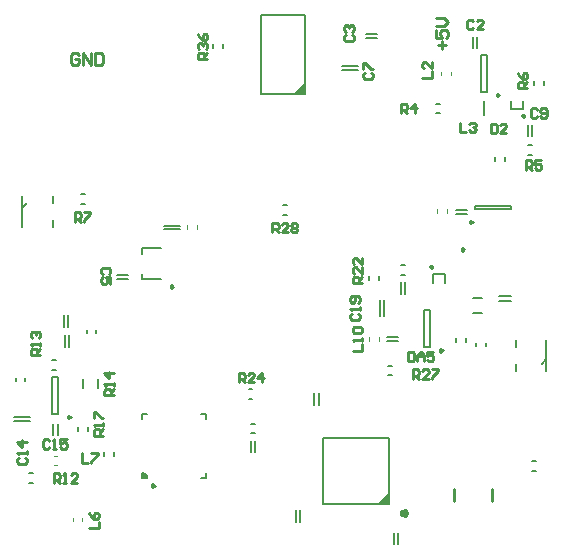
<source format=gto>
G04 Layer_Color=65535*
%FSLAX44Y44*%
%MOMM*%
G71*
G01*
G75*
%ADD44C,0.2000*%
%ADD64C,0.2500*%
%ADD65C,0.3810*%
%ADD66C,0.1270*%
%ADD67C,0.1524*%
%ADD68C,0.1016*%
%ADD69C,0.2540*%
%ADD70C,0.3500*%
G36*
X331940Y-431940D02*
X321940D01*
X331940Y-421940D01*
Y-431940D01*
D02*
G37*
G36*
X127250Y-408510D02*
Y-410000D01*
X123000D01*
Y-405750D01*
X124490D01*
X127250Y-408510D01*
D02*
G37*
G36*
X260500Y-84500D02*
X250500D01*
X260500Y-74500D01*
Y-84500D01*
D02*
G37*
D44*
X127250Y-410000D02*
X126681Y-407875D01*
X125125Y-406319D01*
X123000Y-405750D01*
X177000Y-410000D02*
Y-405750D01*
X172750Y-410000D02*
X177000D01*
Y-360250D02*
Y-356000D01*
X172750D02*
X177000D01*
X123000D02*
X127250D01*
X123000Y-360250D02*
Y-356000D01*
Y-410000D02*
Y-405750D01*
Y-410000D02*
X127250D01*
X434920Y-97540D02*
X445080D01*
X409500Y-83000D02*
Y-52000D01*
X414500Y-83000D02*
Y-52000D01*
X409500D02*
X414500D01*
X409500Y-83000D02*
X414500D01*
X260500Y-84500D02*
Y-17500D01*
X223500D02*
X260500D01*
X223500Y-84500D02*
Y-17500D01*
Y-84500D02*
X260500D01*
X46500Y-355500D02*
Y-324500D01*
X51500Y-355500D02*
Y-324500D01*
X46500D02*
X51500D01*
X46500Y-355500D02*
X51500D01*
X361500Y-299000D02*
Y-268000D01*
X366500Y-299000D02*
Y-268000D01*
X361500D02*
X366500D01*
X361500Y-299000D02*
X366500D01*
X21000Y-181250D02*
X25000Y-177250D01*
X21000Y-197250D02*
Y-171250D01*
X47000Y-197250D02*
Y-191250D01*
Y-177250D02*
Y-171250D01*
X461000Y-313250D02*
X465000Y-309250D01*
Y-319250D02*
Y-293250D01*
X439000Y-299250D02*
Y-293250D01*
Y-319250D02*
Y-313250D01*
X412000Y-103000D02*
Y-91000D01*
X404500Y-182500D02*
Y-179500D01*
X435500Y-182500D02*
Y-179500D01*
X404500Y-182500D02*
X435500D01*
X404500Y-179500D02*
X435500D01*
X368920Y-237460D02*
X379080D01*
X123000Y-215500D02*
X139250D01*
X123000Y-241500D02*
X139250D01*
X123000D02*
Y-237000D01*
Y-220000D02*
Y-215500D01*
D64*
X133370Y-416500D02*
X131495Y-415417D01*
Y-417583D01*
X133370Y-416500D01*
X425250Y-85750D02*
X423375Y-84667D01*
Y-86833D01*
X425250Y-85750D01*
X62250Y-358250D02*
X60375Y-357168D01*
Y-359333D01*
X62250Y-358250D01*
X377250Y-301750D02*
X375375Y-300667D01*
Y-302833D01*
X377250Y-301750D01*
X395790Y-216250D02*
X393915Y-215168D01*
Y-217333D01*
X395790Y-216250D01*
X402750Y-193000D02*
X400875Y-191917D01*
Y-194083D01*
X402750Y-193000D01*
X149250Y-248000D02*
X147375Y-246917D01*
Y-249083D01*
X149250Y-248000D01*
D65*
X346545Y-439560D02*
X345229Y-437748D01*
X343099Y-438440D01*
Y-440680D01*
X345229Y-441372D01*
X346545Y-439560D01*
D66*
X182936Y-45524D02*
Y-42476D01*
X191064Y-45524D02*
Y-42476D01*
X452976Y-395936D02*
X456024D01*
X452976Y-404064D02*
X456024D01*
X90936Y-391024D02*
Y-387976D01*
X99064Y-391024D02*
Y-387976D01*
X272278Y-347762D02*
Y-338238D01*
X268722Y-347762D02*
Y-338238D01*
X336222Y-465762D02*
Y-456238D01*
X339778Y-465762D02*
Y-456238D01*
X252722Y-446762D02*
Y-437238D01*
X256278Y-446762D02*
Y-437238D01*
X214976Y-363936D02*
X218024D01*
X214976Y-372064D02*
X218024D01*
X218278Y-387762D02*
Y-378238D01*
X214722Y-387762D02*
Y-378238D01*
X242476Y-187064D02*
X245524D01*
X242476Y-178936D02*
X245524D01*
X406278Y-45762D02*
Y-36238D01*
X402722Y-45762D02*
Y-36238D01*
X312238Y-37278D02*
X321762D01*
X312238Y-33722D02*
X321762D01*
X292488Y-61504D02*
X305512D01*
X292488Y-64496D02*
X305512D01*
X453278Y-120762D02*
Y-111238D01*
X449722Y-120762D02*
Y-111238D01*
X56722Y-281762D02*
Y-272238D01*
X60278Y-281762D02*
Y-272238D01*
X57722Y-298762D02*
Y-289238D01*
X61278Y-298762D02*
Y-289238D01*
X14488Y-361496D02*
X27512D01*
X14488Y-358504D02*
X27512D01*
X47722Y-373762D02*
Y-364238D01*
X51278Y-373762D02*
Y-364238D01*
X388238Y-182722D02*
X397762D01*
X388238Y-186278D02*
X397762D01*
X425238Y-259778D02*
X434762D01*
X425238Y-256222D02*
X434762D01*
X324504Y-272512D02*
Y-259488D01*
X327496Y-272512D02*
Y-259488D01*
X341722Y-253762D02*
Y-244238D01*
X345278Y-253762D02*
Y-244238D01*
X330238Y-290222D02*
X339762D01*
X330238Y-293778D02*
X339762D01*
X445080Y-97540D02*
Y-90500D01*
X434920Y-97540D02*
Y-90500D01*
X371976Y-92936D02*
X375024D01*
X371976Y-101064D02*
X375024D01*
X449976Y-136064D02*
X453024D01*
X449976Y-127936D02*
X453024D01*
X454936Y-77024D02*
Y-73976D01*
X463064Y-77024D02*
Y-73976D01*
X71226Y-169436D02*
X74274D01*
X71226Y-177564D02*
X74274D01*
X75936Y-287524D02*
Y-284476D01*
X84064Y-287524D02*
Y-284476D01*
X27476Y-405936D02*
X30524D01*
X27476Y-414064D02*
X30524D01*
X24064Y-328024D02*
Y-324976D01*
X15936Y-328024D02*
Y-324976D01*
X72650Y-333810D02*
Y-326190D01*
X85350Y-333810D02*
Y-326190D01*
X46976Y-318064D02*
X50024D01*
X46976Y-309936D02*
X50024D01*
X430064Y-141524D02*
Y-138476D01*
X421936Y-141524D02*
Y-138476D01*
X68936Y-370024D02*
Y-366976D01*
X77064Y-370024D02*
Y-366976D01*
X403190Y-270350D02*
X410810D01*
X403190Y-257650D02*
X410810D01*
X405936Y-298524D02*
Y-295476D01*
X414064Y-298524D02*
Y-295476D01*
X314936Y-242024D02*
Y-238976D01*
X323064Y-242024D02*
Y-238976D01*
X341976Y-238064D02*
X345024D01*
X341976Y-229936D02*
X345024D01*
X212976Y-334936D02*
X216024D01*
X212976Y-343064D02*
X216024D01*
X397064Y-294524D02*
Y-291476D01*
X388936Y-294524D02*
Y-291476D01*
X330976Y-323064D02*
X334024D01*
X330976Y-314936D02*
X334024D01*
X368920Y-244500D02*
Y-237460D01*
X379080Y-244500D02*
Y-237460D01*
X101238Y-241278D02*
X110762D01*
X101238Y-237722D02*
X110762D01*
X141488Y-199496D02*
X154512D01*
X141488Y-196504D02*
X154512D01*
D67*
X276060Y-376060D02*
X331940D01*
X276060Y-431940D02*
X331940D01*
X276060D02*
Y-376060D01*
X331940Y-431940D02*
Y-376060D01*
D68*
X384064Y-69024D02*
Y-65976D01*
X375936Y-69024D02*
Y-65976D01*
X72064Y-446524D02*
Y-443476D01*
X63936Y-446524D02*
Y-443476D01*
X47976Y-390936D02*
X51024D01*
X47976Y-399064D02*
X51024D01*
X372936Y-185524D02*
Y-182476D01*
X381064Y-185524D02*
Y-182476D01*
X323064Y-293524D02*
Y-290476D01*
X314936Y-293524D02*
Y-290476D01*
X160936Y-199024D02*
Y-195976D01*
X169064Y-199024D02*
Y-195976D01*
D69*
X387000Y-429000D02*
Y-419000D01*
X419500Y-429000D02*
Y-419000D01*
X377002Y-47000D02*
Y-40335D01*
X373669Y-43668D02*
X380334D01*
X372003Y-30339D02*
Y-37003D01*
X377002D01*
X375336Y-33671D01*
Y-32005D01*
X377002Y-30339D01*
X380334D01*
X382000Y-32005D01*
Y-35337D01*
X380334Y-37003D01*
X372003Y-27006D02*
X378668D01*
X382000Y-23674D01*
X378668Y-20342D01*
X372003D01*
X69665Y-51669D02*
X67998Y-50003D01*
X64666D01*
X63000Y-51669D01*
Y-58334D01*
X64666Y-60000D01*
X67998D01*
X69665Y-58334D01*
Y-55002D01*
X66332D01*
X72997Y-60000D02*
Y-50003D01*
X79661Y-60000D01*
Y-50003D01*
X82994D02*
Y-60000D01*
X87992D01*
X89658Y-58334D01*
Y-51669D01*
X87992Y-50003D01*
X82994D01*
X178000Y-55000D02*
X170003D01*
Y-51001D01*
X171336Y-49668D01*
X174001D01*
X175334Y-51001D01*
Y-55000D01*
Y-52334D02*
X178000Y-49668D01*
X171336Y-47003D02*
X170003Y-45670D01*
Y-43004D01*
X171336Y-41671D01*
X172668D01*
X174001Y-43004D01*
Y-44337D01*
Y-43004D01*
X175334Y-41671D01*
X176667D01*
X178000Y-43004D01*
Y-45670D01*
X176667Y-47003D01*
X170003Y-33674D02*
X171336Y-36339D01*
X174001Y-39005D01*
X176667D01*
X178000Y-37672D01*
Y-35006D01*
X176667Y-33674D01*
X175334D01*
X174001Y-35006D01*
Y-39005D01*
X233000Y-202000D02*
Y-194003D01*
X236999D01*
X238332Y-195336D01*
Y-198001D01*
X236999Y-199334D01*
X233000D01*
X235666D02*
X238332Y-202000D01*
X246329D02*
X240997D01*
X246329Y-196668D01*
Y-195336D01*
X244996Y-194003D01*
X242330D01*
X240997Y-195336D01*
X248995D02*
X250328Y-194003D01*
X252994D01*
X254326Y-195336D01*
Y-196668D01*
X252994Y-198001D01*
X254326Y-199334D01*
Y-200667D01*
X252994Y-202000D01*
X250328D01*
X248995Y-200667D01*
Y-199334D01*
X250328Y-198001D01*
X248995Y-196668D01*
Y-195336D01*
X250328Y-198001D02*
X252994D01*
X352000Y-326000D02*
Y-318003D01*
X355999D01*
X357332Y-319335D01*
Y-322001D01*
X355999Y-323334D01*
X352000D01*
X354666D02*
X357332Y-326000D01*
X365329D02*
X359997D01*
X365329Y-320668D01*
Y-319335D01*
X363996Y-318003D01*
X361330D01*
X359997Y-319335D01*
X367995Y-318003D02*
X373326D01*
Y-319335D01*
X367995Y-324667D01*
Y-326000D01*
X204500Y-329000D02*
Y-321003D01*
X208499D01*
X209832Y-322336D01*
Y-325001D01*
X208499Y-326334D01*
X204500D01*
X207166D02*
X209832Y-329000D01*
X217829D02*
X212497D01*
X217829Y-323668D01*
Y-322336D01*
X216496Y-321003D01*
X213830D01*
X212497Y-322336D01*
X224494Y-329000D02*
Y-321003D01*
X220495Y-325001D01*
X225826D01*
X309000Y-245000D02*
X301003D01*
Y-241001D01*
X302335Y-239668D01*
X305001D01*
X306334Y-241001D01*
Y-245000D01*
Y-242334D02*
X309000Y-239668D01*
Y-231671D02*
Y-237003D01*
X303668Y-231671D01*
X302335D01*
X301003Y-233004D01*
Y-235670D01*
X302335Y-237003D01*
X309000Y-223673D02*
Y-229005D01*
X303668Y-223673D01*
X302335D01*
X301003Y-225006D01*
Y-227672D01*
X302335Y-229005D01*
X90000Y-374000D02*
X82003D01*
Y-370001D01*
X83336Y-368668D01*
X86001D01*
X87334Y-370001D01*
Y-374000D01*
Y-371334D02*
X90000Y-368668D01*
Y-366003D02*
Y-363337D01*
Y-364670D01*
X82003D01*
X83336Y-366003D01*
X82003Y-359338D02*
Y-354006D01*
X83336D01*
X88667Y-359338D01*
X90000D01*
X99000Y-340000D02*
X91003D01*
Y-336001D01*
X92336Y-334668D01*
X95001D01*
X96334Y-336001D01*
Y-340000D01*
Y-337334D02*
X99000Y-334668D01*
Y-332003D02*
Y-329337D01*
Y-330670D01*
X91003D01*
X92336Y-332003D01*
X99000Y-321339D02*
X91003D01*
X95001Y-325338D01*
Y-320006D01*
X36625Y-305919D02*
X28628D01*
Y-301921D01*
X29960Y-300588D01*
X32626D01*
X33959Y-301921D01*
Y-305919D01*
Y-303253D02*
X36625Y-300588D01*
Y-297922D02*
Y-295256D01*
Y-296589D01*
X28628D01*
X29960Y-297922D01*
Y-291257D02*
X28628Y-289924D01*
Y-287258D01*
X29960Y-285926D01*
X31293D01*
X32626Y-287258D01*
Y-288591D01*
Y-287258D01*
X33959Y-285926D01*
X35292D01*
X36625Y-287258D01*
Y-289924D01*
X35292Y-291257D01*
X48000Y-414000D02*
Y-406003D01*
X51999D01*
X53332Y-407336D01*
Y-410001D01*
X51999Y-411334D01*
X48000D01*
X50666D02*
X53332Y-414000D01*
X55997D02*
X58663D01*
X57330D01*
Y-406003D01*
X55997Y-407336D01*
X67994Y-414000D02*
X62662D01*
X67994Y-408668D01*
Y-407336D01*
X66661Y-406003D01*
X63995D01*
X62662Y-407336D01*
X65750Y-193000D02*
Y-185003D01*
X69749D01*
X71082Y-186336D01*
Y-189001D01*
X69749Y-190334D01*
X65750D01*
X68416D02*
X71082Y-193000D01*
X73747Y-185003D02*
X79079D01*
Y-186336D01*
X73747Y-191667D01*
Y-193000D01*
X449000Y-80000D02*
X441003D01*
Y-76001D01*
X442336Y-74668D01*
X445001D01*
X446334Y-76001D01*
Y-80000D01*
Y-77334D02*
X449000Y-74668D01*
X441003Y-66671D02*
X442336Y-69337D01*
X445001Y-72003D01*
X447667D01*
X449000Y-70670D01*
Y-68004D01*
X447667Y-66671D01*
X446334D01*
X445001Y-68004D01*
Y-72003D01*
X447500Y-149000D02*
Y-141003D01*
X451499D01*
X452832Y-142336D01*
Y-145001D01*
X451499Y-146334D01*
X447500D01*
X450166D02*
X452832Y-149000D01*
X460829Y-141003D02*
X455497D01*
Y-145001D01*
X458163Y-143668D01*
X459496D01*
X460829Y-145001D01*
Y-147667D01*
X459496Y-149000D01*
X456830D01*
X455497Y-147667D01*
X342000Y-101000D02*
Y-93003D01*
X345999D01*
X347332Y-94335D01*
Y-97001D01*
X345999Y-98334D01*
X342000D01*
X344666D02*
X347332Y-101000D01*
X353996D02*
Y-93003D01*
X349997Y-97001D01*
X355329D01*
X301003Y-302000D02*
X309000D01*
Y-296668D01*
Y-294003D02*
Y-291337D01*
Y-292670D01*
X301003D01*
X302335Y-294003D01*
Y-287338D02*
X301003Y-286005D01*
Y-283339D01*
X302335Y-282006D01*
X307667D01*
X309000Y-283339D01*
Y-286005D01*
X307667Y-287338D01*
X302335D01*
X72000Y-389003D02*
Y-397000D01*
X77332D01*
X79997Y-389003D02*
X85329D01*
Y-390336D01*
X79997Y-395667D01*
Y-397000D01*
X78003Y-452500D02*
X86000D01*
Y-447168D01*
X78003Y-439171D02*
X79335Y-441837D01*
X82001Y-444503D01*
X84667D01*
X86000Y-443170D01*
Y-440504D01*
X84667Y-439171D01*
X83334D01*
X82001Y-440504D01*
Y-444503D01*
X392000Y-109003D02*
Y-117000D01*
X397332D01*
X399997Y-110336D02*
X401330Y-109003D01*
X403996D01*
X405329Y-110336D01*
Y-111668D01*
X403996Y-113001D01*
X402663D01*
X403996D01*
X405329Y-114334D01*
Y-115667D01*
X403996Y-117000D01*
X401330D01*
X399997Y-115667D01*
X360003Y-71000D02*
X368000D01*
Y-65668D01*
Y-57671D02*
Y-63003D01*
X362668Y-57671D01*
X361335D01*
X360003Y-59004D01*
Y-61670D01*
X361335Y-63003D01*
X348000Y-303003D02*
Y-311000D01*
X351999D01*
X353332Y-309667D01*
Y-304335D01*
X351999Y-303003D01*
X348000D01*
X355997Y-311000D02*
Y-305668D01*
X358663Y-303003D01*
X361329Y-305668D01*
Y-311000D01*
Y-307001D01*
X355997D01*
X369326Y-303003D02*
X363995D01*
Y-307001D01*
X366661Y-305668D01*
X367994D01*
X369326Y-307001D01*
Y-309667D01*
X367994Y-311000D01*
X365328D01*
X363995Y-309667D01*
X418000Y-110003D02*
Y-118000D01*
X421999D01*
X423332Y-116667D01*
Y-111335D01*
X421999Y-110003D01*
X418000D01*
X431329Y-118000D02*
X425997D01*
X431329Y-112668D01*
Y-111335D01*
X429996Y-110003D01*
X427330D01*
X425997Y-111335D01*
X300336Y-270668D02*
X299003Y-272001D01*
Y-274667D01*
X300336Y-276000D01*
X305667D01*
X307000Y-274667D01*
Y-272001D01*
X305667Y-270668D01*
X307000Y-268003D02*
Y-265337D01*
Y-266670D01*
X299003D01*
X300336Y-268003D01*
X305667Y-261338D02*
X307000Y-260005D01*
Y-257339D01*
X305667Y-256006D01*
X300336D01*
X299003Y-257339D01*
Y-260005D01*
X300336Y-261338D01*
X301668D01*
X303001Y-260005D01*
Y-256006D01*
X44332Y-378335D02*
X42999Y-377003D01*
X40333D01*
X39000Y-378335D01*
Y-383667D01*
X40333Y-385000D01*
X42999D01*
X44332Y-383667D01*
X46997Y-385000D02*
X49663D01*
X48330D01*
Y-377003D01*
X46997Y-378335D01*
X58994Y-377003D02*
X53662D01*
Y-381001D01*
X56328Y-379668D01*
X57661D01*
X58994Y-381001D01*
Y-383667D01*
X57661Y-385000D01*
X54995D01*
X53662Y-383667D01*
X18335Y-392668D02*
X17003Y-394001D01*
Y-396667D01*
X18335Y-398000D01*
X23667D01*
X25000Y-396667D01*
Y-394001D01*
X23667Y-392668D01*
X25000Y-390003D02*
Y-387337D01*
Y-388670D01*
X17003D01*
X18335Y-390003D01*
X25000Y-379339D02*
X17003D01*
X21001Y-383338D01*
Y-378006D01*
X457332Y-98336D02*
X455999Y-97003D01*
X453333D01*
X452000Y-98336D01*
Y-103667D01*
X453333Y-105000D01*
X455999D01*
X457332Y-103667D01*
X459997D02*
X461330Y-105000D01*
X463996D01*
X465329Y-103667D01*
Y-98336D01*
X463996Y-97003D01*
X461330D01*
X459997Y-98336D01*
Y-99668D01*
X461330Y-101001D01*
X465329D01*
X311336Y-66668D02*
X310003Y-68001D01*
Y-70667D01*
X311336Y-72000D01*
X316667D01*
X318000Y-70667D01*
Y-68001D01*
X316667Y-66668D01*
X310003Y-64003D02*
Y-58671D01*
X311336D01*
X316667Y-64003D01*
X318000D01*
X94664Y-237332D02*
X95997Y-235999D01*
Y-233333D01*
X94664Y-232000D01*
X89333D01*
X88000Y-233333D01*
Y-235999D01*
X89333Y-237332D01*
X95997Y-245329D02*
Y-239997D01*
X91999D01*
X93332Y-242663D01*
Y-243996D01*
X91999Y-245329D01*
X89333D01*
X88000Y-243996D01*
Y-241330D01*
X89333Y-239997D01*
X295336Y-34668D02*
X294003Y-36001D01*
Y-38667D01*
X295336Y-40000D01*
X300667D01*
X302000Y-38667D01*
Y-36001D01*
X300667Y-34668D01*
X295336Y-32003D02*
X294003Y-30670D01*
Y-28004D01*
X295336Y-26671D01*
X296668D01*
X298001Y-28004D01*
Y-29337D01*
Y-28004D01*
X299334Y-26671D01*
X300667D01*
X302000Y-28004D01*
Y-30670D01*
X300667Y-32003D01*
X403332Y-23335D02*
X401999Y-22003D01*
X399333D01*
X398000Y-23335D01*
Y-28667D01*
X399333Y-30000D01*
X401999D01*
X403332Y-28667D01*
X411329Y-30000D02*
X405997D01*
X411329Y-24668D01*
Y-23335D01*
X409996Y-22003D01*
X407330D01*
X405997Y-23335D01*
D70*
X445488Y-103619D02*
X445869Y-104000D01*
X446250Y-103619D01*
X445869Y-103238D01*
X445488Y-103619D01*
X368512Y-231381D02*
X368131Y-231000D01*
X367750Y-231381D01*
X368131Y-231762D01*
X368512Y-231381D01*
M02*

</source>
